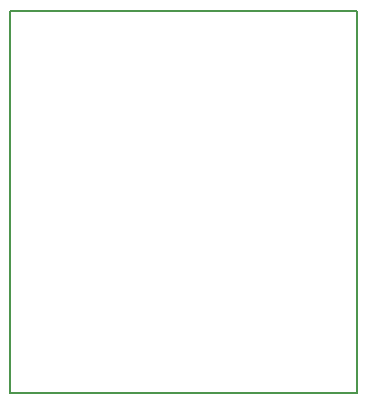
<source format=gm1>
G04 MADE WITH FRITZING*
G04 WWW.FRITZING.ORG*
G04 DOUBLE SIDED*
G04 HOLES PLATED*
G04 CONTOUR ON CENTER OF CONTOUR VECTOR*
%ASAXBY*%
%FSLAX23Y23*%
%MOIN*%
%OFA0B0*%
%SFA1.0B1.0*%
%ADD10R,1.165530X1.282610*%
%ADD11C,0.008000*%
%ADD10C,0.008*%
%LNCONTOUR*%
G90*
G70*
G54D10*
G54D11*
X4Y1279D02*
X1162Y1279D01*
X1162Y4D01*
X4Y4D01*
X4Y1279D01*
D02*
G04 End of contour*
M02*
</source>
